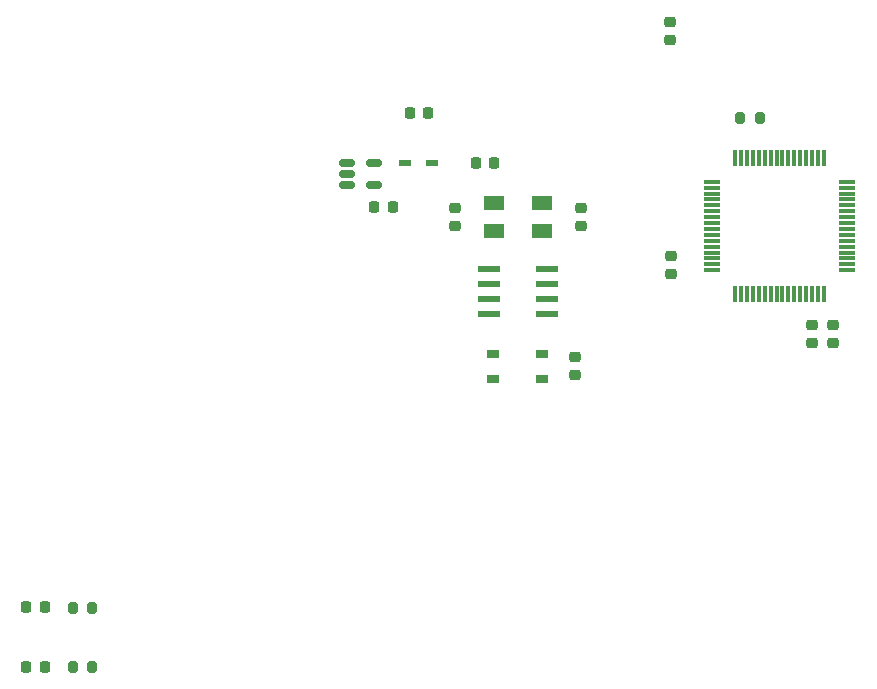
<source format=gtp>
%TF.GenerationSoftware,KiCad,Pcbnew,7.0.7*%
%TF.CreationDate,2024-02-18T11:13:52+09:00*%
%TF.ProjectId,ALTAIR_MDD_V1-backups,414c5441-4952-45f4-9d44-445f56312d62,rev?*%
%TF.SameCoordinates,Original*%
%TF.FileFunction,Paste,Top*%
%TF.FilePolarity,Positive*%
%FSLAX46Y46*%
G04 Gerber Fmt 4.6, Leading zero omitted, Abs format (unit mm)*
G04 Created by KiCad (PCBNEW 7.0.7) date 2024-02-18 11:13:52*
%MOMM*%
%LPD*%
G01*
G04 APERTURE LIST*
G04 Aperture macros list*
%AMRoundRect*
0 Rectangle with rounded corners*
0 $1 Rounding radius*
0 $2 $3 $4 $5 $6 $7 $8 $9 X,Y pos of 4 corners*
0 Add a 4 corners polygon primitive as box body*
4,1,4,$2,$3,$4,$5,$6,$7,$8,$9,$2,$3,0*
0 Add four circle primitives for the rounded corners*
1,1,$1+$1,$2,$3*
1,1,$1+$1,$4,$5*
1,1,$1+$1,$6,$7*
1,1,$1+$1,$8,$9*
0 Add four rect primitives between the rounded corners*
20,1,$1+$1,$2,$3,$4,$5,0*
20,1,$1+$1,$4,$5,$6,$7,0*
20,1,$1+$1,$6,$7,$8,$9,0*
20,1,$1+$1,$8,$9,$2,$3,0*%
G04 Aperture macros list end*
%ADD10R,1.085000X0.550000*%
%ADD11RoundRect,0.225000X-0.250000X0.225000X-0.250000X-0.225000X0.250000X-0.225000X0.250000X0.225000X0*%
%ADD12R,1.800000X1.200000*%
%ADD13RoundRect,0.200000X-0.200000X-0.275000X0.200000X-0.275000X0.200000X0.275000X-0.200000X0.275000X0*%
%ADD14RoundRect,0.225000X0.250000X-0.225000X0.250000X0.225000X-0.250000X0.225000X-0.250000X-0.225000X0*%
%ADD15RoundRect,0.218750X-0.218750X-0.256250X0.218750X-0.256250X0.218750X0.256250X-0.218750X0.256250X0*%
%ADD16R,1.475000X0.300000*%
%ADD17R,0.300000X1.475000*%
%ADD18RoundRect,0.225000X-0.225000X-0.250000X0.225000X-0.250000X0.225000X0.250000X-0.225000X0.250000X0*%
%ADD19RoundRect,0.150000X-0.512500X-0.150000X0.512500X-0.150000X0.512500X0.150000X-0.512500X0.150000X0*%
%ADD20R,1.050000X0.650000*%
%ADD21R,1.970000X0.590000*%
G04 APERTURE END LIST*
D10*
%TO.C,D1*%
X142304700Y-70876200D03*
X140024700Y-70876200D03*
%TD*%
D11*
%TO.C,C7*%
X176276000Y-84582000D03*
X176276000Y-86132000D03*
%TD*%
D12*
%TO.C,Q1*%
X151563000Y-74251000D03*
X147563000Y-74251000D03*
X147563000Y-76651000D03*
X151563000Y-76651000D03*
%TD*%
D13*
%TO.C,R1*%
X111888000Y-108518000D03*
X113538000Y-108518000D03*
%TD*%
D14*
%TO.C,C1*%
X154940000Y-76215000D03*
X154940000Y-74665000D03*
%TD*%
D15*
%TO.C,LED1*%
X107915500Y-108458000D03*
X109490500Y-108458000D03*
%TD*%
D13*
%TO.C,R4*%
X168402000Y-67056000D03*
X170052000Y-67056000D03*
%TD*%
D11*
%TO.C,C4*%
X162400000Y-58928000D03*
X162400000Y-60478000D03*
%TD*%
D16*
%TO.C,U3*%
X165966000Y-72450000D03*
X165966000Y-72950000D03*
X165966000Y-73450000D03*
X165966000Y-73950000D03*
X165966000Y-74450000D03*
X165966000Y-74950000D03*
X165966000Y-75450000D03*
X165966000Y-75950000D03*
X165966000Y-76450000D03*
X165966000Y-76950000D03*
X165966000Y-77450000D03*
X165966000Y-77950000D03*
X165966000Y-78450000D03*
X165966000Y-78950000D03*
X165966000Y-79450000D03*
X165966000Y-79950000D03*
D17*
X167954000Y-81938000D03*
X168454000Y-81938000D03*
X168954000Y-81938000D03*
X169454000Y-81938000D03*
X169954000Y-81938000D03*
X170454000Y-81938000D03*
X170954000Y-81938000D03*
X171454000Y-81938000D03*
X171954000Y-81938000D03*
X172454000Y-81938000D03*
X172954000Y-81938000D03*
X173454000Y-81938000D03*
X173954000Y-81938000D03*
X174454000Y-81938000D03*
X174954000Y-81938000D03*
X175454000Y-81938000D03*
D16*
X177442000Y-79950000D03*
X177442000Y-79450000D03*
X177442000Y-78950000D03*
X177442000Y-78450000D03*
X177442000Y-77950000D03*
X177442000Y-77450000D03*
X177442000Y-76950000D03*
X177442000Y-76450000D03*
X177442000Y-75950000D03*
X177442000Y-75450000D03*
X177442000Y-74950000D03*
X177442000Y-74450000D03*
X177442000Y-73950000D03*
X177442000Y-73450000D03*
X177442000Y-72950000D03*
X177442000Y-72450000D03*
D17*
X175454000Y-70462000D03*
X174954000Y-70462000D03*
X174454000Y-70462000D03*
X173954000Y-70462000D03*
X173454000Y-70462000D03*
X172954000Y-70462000D03*
X172454000Y-70462000D03*
X171954000Y-70462000D03*
X171454000Y-70462000D03*
X170954000Y-70462000D03*
X170454000Y-70462000D03*
X169954000Y-70462000D03*
X169454000Y-70462000D03*
X168954000Y-70462000D03*
X168454000Y-70462000D03*
X167954000Y-70462000D03*
%TD*%
D18*
%TO.C,C5*%
X146024000Y-70866000D03*
X147574000Y-70866000D03*
%TD*%
D19*
%TO.C,U1*%
X135128000Y-70866000D03*
X135128000Y-71816000D03*
X135128000Y-72766000D03*
X137403000Y-72766000D03*
X137403000Y-70866000D03*
%TD*%
D15*
%TO.C,LED2*%
X107915500Y-113538000D03*
X109490500Y-113538000D03*
%TD*%
D20*
%TO.C,S1*%
X147488000Y-87006000D03*
X151638000Y-87006000D03*
X147488000Y-89156000D03*
X151638000Y-89156000D03*
%TD*%
D21*
%TO.C,S2*%
X152038000Y-83636000D03*
X152038000Y-82366000D03*
X152038000Y-81096000D03*
X152038000Y-79826000D03*
X147088000Y-79826000D03*
X147088000Y-81096000D03*
X147088000Y-82366000D03*
X147088000Y-83636000D03*
%TD*%
D11*
%TO.C,C2*%
X144272000Y-74676000D03*
X144272000Y-76226000D03*
%TD*%
D18*
%TO.C,C10*%
X140436000Y-66675000D03*
X141986000Y-66675000D03*
%TD*%
%TO.C,C11*%
X137408500Y-74610000D03*
X138958500Y-74610000D03*
%TD*%
D13*
%TO.C,R2*%
X111888000Y-113538000D03*
X113538000Y-113538000D03*
%TD*%
D14*
%TO.C,C8*%
X154432000Y-88856000D03*
X154432000Y-87306000D03*
%TD*%
D11*
%TO.C,C3*%
X174498000Y-84582000D03*
X174498000Y-86132000D03*
%TD*%
D14*
%TO.C,C6*%
X162560000Y-80264000D03*
X162560000Y-78714000D03*
%TD*%
M02*

</source>
